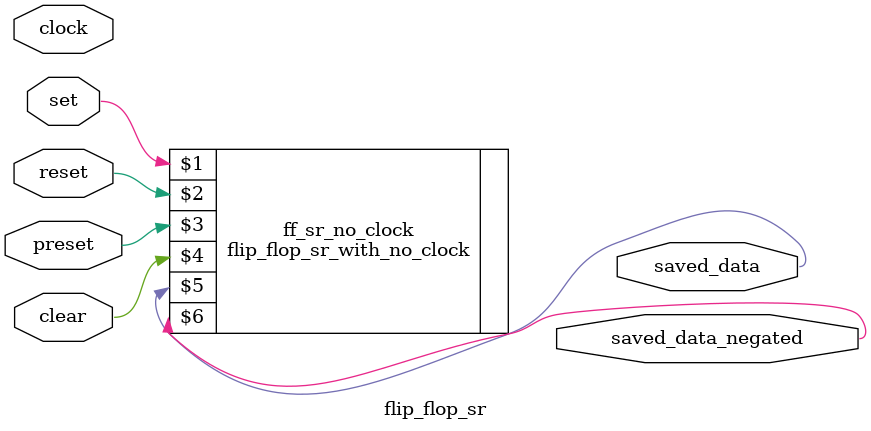
<source format=v>

`ifndef FLIP_FLOP_SR_V
`define FLIP_FLOP_SR_V

`include "flip_flop_sr_with_no_clock.v"

module flip_flop_sr (input clock, input set, input reset, input preset, input clear, output saved_data, output saved_data_negated);

    wire set_value, reset_value;
	nand set_gate(set_value, clock, reset);
	nand reset_gate(reset_value, clock, set);
	
	flip_flop_sr_with_no_clock ff_sr_no_clock(set, reset, preset, clear, saved_data, saved_data_negated);

endmodule

`endif
</source>
